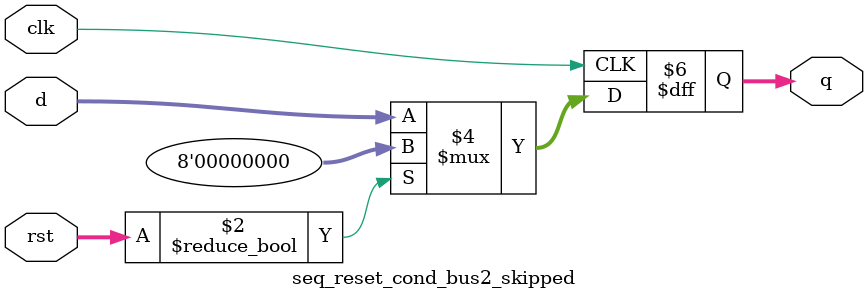
<source format=sv>
module seq_reset_cond_bus2_skipped(
  input logic clk,
  input logic [1:0] rst,
  input logic [7:0] d,
  output logic [7:0] q
);
  // Unsupported reset condition width: reset condition is 2-bit.
  always_ff @(posedge clk) begin
    if (rst) q <= 8'h00;
    else q <= d;
  end
endmodule

</source>
